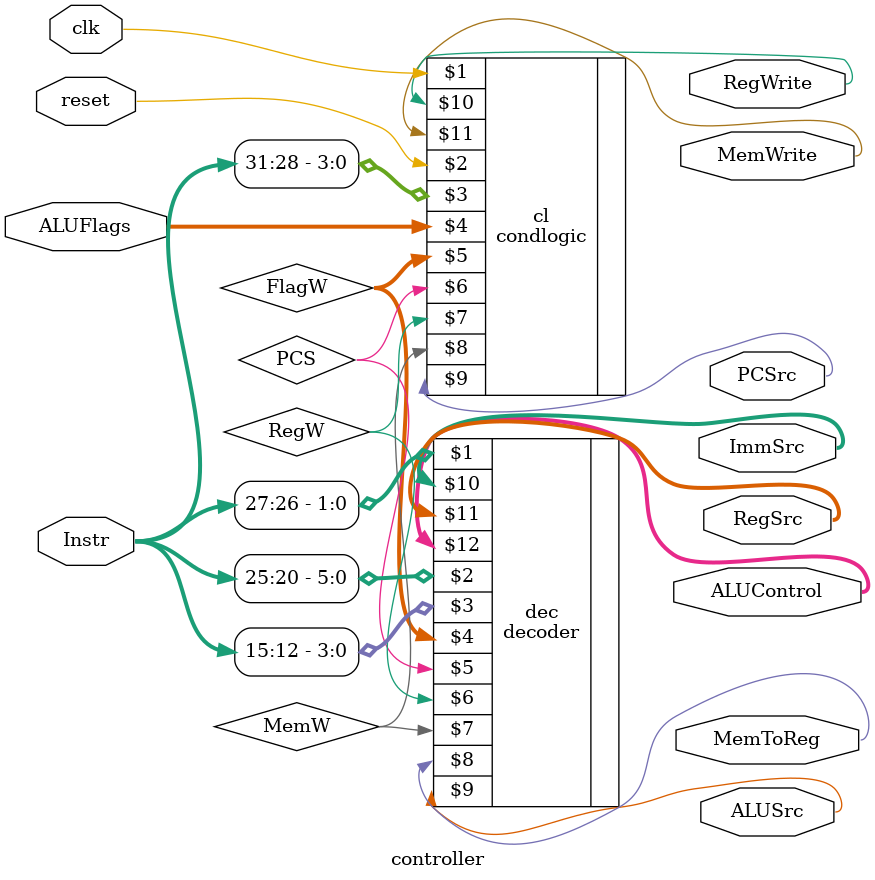
<source format=sv>
module controller(input  logic 		   clk, reset,
						input  logic [31:12] Instr,
						input  logic [3:0]   ALUFlags,
						output logic [1:0]   RegSrc,
						output logic 			RegWrite,
						output logic [1:0]	ImmSrc,
						output logic 			ALUSrc,
						output logic [1:0]	ALUControl,
						output logic			MemWrite, MemToReg,
						output logic			PCSrc
						);
	
	logic [1:0] FlagW;
	logic 		PCS, RegW, MemW;
	
	decoder dec(Instr[27:26], Instr[25:20], Instr[15:12], FlagW, PCS, RegW, 
					MemW, MemToReg, ALUSrc, ImmSrc, RegSrc, ALUControl);
	
	condlogic cl(clk, reset, Instr[31:28], ALUFlags, FlagW, PCS, 
					 RegW, MemW, PCSrc, RegWrite, MemWrite);
						
						
endmodule
</source>
